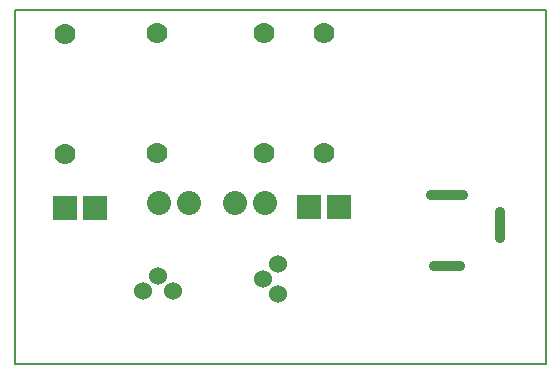
<source format=gbr>
G04 PROTEUS GERBER X2 FILE*
%TF.GenerationSoftware,Labcenter,Proteus,8.8-SP1-Build27031*%
%TF.CreationDate,2019-02-23T23:09:11+00:00*%
%TF.FileFunction,Copper,L1,Top*%
%TF.FilePolarity,Positive*%
%TF.Part,Single*%
%TF.SameCoordinates,{4f05214c-f268-41af-9fbd-0331bb8a8b34}*%
%FSLAX45Y45*%
%MOMM*%
G01*
%TA.AperFunction,ComponentPad*%
%ADD10C,1.524000*%
%TA.AperFunction,ComponentPad*%
%ADD11C,1.778000*%
%ADD12R,2.032000X2.032000*%
%ADD13C,2.032000*%
%AMPPAD004*
4,1,36,
-1.750000,-0.095200,
-1.750000,0.095200,
-1.743940,0.157520,
-1.726490,0.215160,
-1.698770,0.266980,
-1.661890,0.311890,
-1.616980,0.348760,
-1.565160,0.376480,
-1.507520,0.393930,
-1.445200,0.400000,
1.445200,0.400000,
1.507520,0.393930,
1.565160,0.376480,
1.616980,0.348760,
1.661890,0.311890,
1.698770,0.266980,
1.726490,0.215160,
1.743940,0.157520,
1.750000,0.095200,
1.750000,-0.095200,
1.743940,-0.157520,
1.726490,-0.215160,
1.698770,-0.266980,
1.661890,-0.311890,
1.616980,-0.348760,
1.565160,-0.376480,
1.507520,-0.393930,
1.445200,-0.400000,
-1.445200,-0.400000,
-1.507520,-0.393930,
-1.565160,-0.376480,
-1.616980,-0.348760,
-1.661890,-0.311890,
-1.698770,-0.266980,
-1.726490,-0.215160,
-1.743940,-0.157520,
-1.750000,-0.095200,
0*%
%TA.AperFunction,ComponentPad*%
%ADD14PPAD004*%
%AMPPAD005*
4,1,36,
-1.500000,-0.095200,
-1.500000,0.095200,
-1.493940,0.157520,
-1.476490,0.215160,
-1.448770,0.266980,
-1.411890,0.311890,
-1.366980,0.348760,
-1.315160,0.376480,
-1.257520,0.393930,
-1.195200,0.400000,
1.195200,0.400000,
1.257520,0.393930,
1.315160,0.376480,
1.366980,0.348760,
1.411890,0.311890,
1.448770,0.266980,
1.476490,0.215160,
1.493940,0.157520,
1.500000,0.095200,
1.500000,-0.095200,
1.493940,-0.157520,
1.476490,-0.215160,
1.448770,-0.266980,
1.411890,-0.311890,
1.366980,-0.348760,
1.315160,-0.376480,
1.257520,-0.393930,
1.195200,-0.400000,
-1.195200,-0.400000,
-1.257520,-0.393930,
-1.315160,-0.376480,
-1.366980,-0.348760,
-1.411890,-0.311890,
-1.448770,-0.266980,
-1.476490,-0.215160,
-1.493940,-0.157520,
-1.500000,-0.095200,
0*%
%ADD15PPAD005*%
%AMPPAD006*
4,1,36,
0.095200,-1.500000,
-0.095200,-1.500000,
-0.157520,-1.493940,
-0.215160,-1.476490,
-0.266980,-1.448770,
-0.311890,-1.411890,
-0.348760,-1.366980,
-0.376480,-1.315160,
-0.393930,-1.257520,
-0.400000,-1.195200,
-0.400000,1.195200,
-0.393930,1.257520,
-0.376480,1.315160,
-0.348760,1.366980,
-0.311890,1.411890,
-0.266980,1.448770,
-0.215160,1.476490,
-0.157520,1.493940,
-0.095200,1.500000,
0.095200,1.500000,
0.157520,1.493940,
0.215160,1.476490,
0.266980,1.448770,
0.311890,1.411890,
0.348760,1.366980,
0.376480,1.315160,
0.393930,1.257520,
0.400000,1.195200,
0.400000,-1.195200,
0.393930,-1.257520,
0.376480,-1.315160,
0.348760,-1.366980,
0.311890,-1.411890,
0.266980,-1.448770,
0.215160,-1.476490,
0.157520,-1.493940,
0.095200,-1.500000,
0*%
%ADD16PPAD006*%
%TA.AperFunction,Profile*%
%ADD17C,0.203200*%
%TD.AperFunction*%
D10*
X-133500Y-120000D03*
X-6500Y+7000D03*
X+120500Y-120000D03*
X+1010000Y-150500D03*
X+883000Y-23500D03*
X+1010000Y+103500D03*
D11*
X-790000Y+1037000D03*
X-790000Y+2053000D03*
X+1400000Y+1047000D03*
X+1400000Y+2063000D03*
X+890000Y+1047000D03*
X+890000Y+2063000D03*
X-10000Y+1047000D03*
X-10000Y+2063000D03*
D12*
X-794000Y+580000D03*
X-540000Y+580000D03*
X+1270000Y+590000D03*
X+1524000Y+590000D03*
D13*
X+650000Y+621750D03*
X+904000Y+621750D03*
X+0Y+621750D03*
X+254000Y+621750D03*
D14*
X+2440000Y+690000D03*
D15*
X+2440000Y+90000D03*
D16*
X+2890000Y+440000D03*
D17*
X-1220000Y-740000D02*
X+3280000Y-740000D01*
X+3280000Y+2260000D01*
X-1220000Y+2260000D01*
X-1220000Y-740000D01*
M02*

</source>
